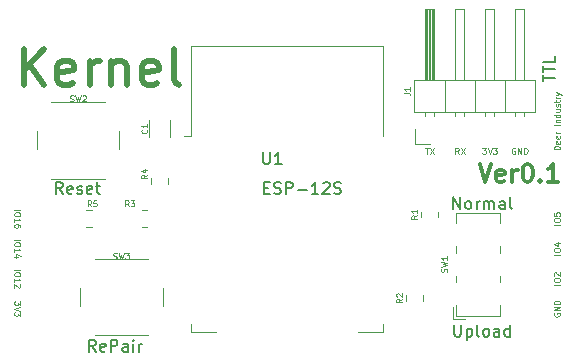
<source format=gto>
%TF.GenerationSoftware,KiCad,Pcbnew,(5.1.9)-1*%
%TF.CreationDate,2021-03-15T19:39:59+08:00*%
%TF.ProjectId,Kernel,4b65726e-656c-42e6-9b69-6361645f7063,rev?*%
%TF.SameCoordinates,Original*%
%TF.FileFunction,Legend,Top*%
%TF.FilePolarity,Positive*%
%FSLAX46Y46*%
G04 Gerber Fmt 4.6, Leading zero omitted, Abs format (unit mm)*
G04 Created by KiCad (PCBNEW (5.1.9)-1) date 2021-03-15 19:39:59*
%MOMM*%
%LPD*%
G01*
G04 APERTURE LIST*
%ADD10C,0.100000*%
%ADD11C,0.300000*%
%ADD12C,0.125000*%
%ADD13C,0.500000*%
%ADD14C,0.200000*%
%ADD15C,0.120000*%
%ADD16C,0.150000*%
G04 APERTURE END LIST*
D10*
X120241190Y-39857857D02*
X119741190Y-39857857D01*
X119741190Y-39738809D01*
X119765000Y-39667380D01*
X119812619Y-39619761D01*
X119860238Y-39595952D01*
X119955476Y-39572142D01*
X120026904Y-39572142D01*
X120122142Y-39595952D01*
X120169761Y-39619761D01*
X120217380Y-39667380D01*
X120241190Y-39738809D01*
X120241190Y-39857857D01*
X120217380Y-39167380D02*
X120241190Y-39215000D01*
X120241190Y-39310238D01*
X120217380Y-39357857D01*
X120169761Y-39381666D01*
X119979285Y-39381666D01*
X119931666Y-39357857D01*
X119907857Y-39310238D01*
X119907857Y-39215000D01*
X119931666Y-39167380D01*
X119979285Y-39143571D01*
X120026904Y-39143571D01*
X120074523Y-39381666D01*
X120217380Y-38738809D02*
X120241190Y-38786428D01*
X120241190Y-38881666D01*
X120217380Y-38929285D01*
X120169761Y-38953095D01*
X119979285Y-38953095D01*
X119931666Y-38929285D01*
X119907857Y-38881666D01*
X119907857Y-38786428D01*
X119931666Y-38738809D01*
X119979285Y-38715000D01*
X120026904Y-38715000D01*
X120074523Y-38953095D01*
X120241190Y-38500714D02*
X119907857Y-38500714D01*
X120003095Y-38500714D02*
X119955476Y-38476904D01*
X119931666Y-38453095D01*
X119907857Y-38405476D01*
X119907857Y-38357857D01*
X120241190Y-37810238D02*
X119741190Y-37810238D01*
X119907857Y-37572142D02*
X120241190Y-37572142D01*
X119955476Y-37572142D02*
X119931666Y-37548333D01*
X119907857Y-37500714D01*
X119907857Y-37429285D01*
X119931666Y-37381666D01*
X119979285Y-37357857D01*
X120241190Y-37357857D01*
X120241190Y-36905476D02*
X119741190Y-36905476D01*
X120217380Y-36905476D02*
X120241190Y-36953095D01*
X120241190Y-37048333D01*
X120217380Y-37095952D01*
X120193571Y-37119761D01*
X120145952Y-37143571D01*
X120003095Y-37143571D01*
X119955476Y-37119761D01*
X119931666Y-37095952D01*
X119907857Y-37048333D01*
X119907857Y-36953095D01*
X119931666Y-36905476D01*
X119907857Y-36453095D02*
X120241190Y-36453095D01*
X119907857Y-36667380D02*
X120169761Y-36667380D01*
X120217380Y-36643571D01*
X120241190Y-36595952D01*
X120241190Y-36524523D01*
X120217380Y-36476904D01*
X120193571Y-36453095D01*
X120217380Y-36238809D02*
X120241190Y-36191190D01*
X120241190Y-36095952D01*
X120217380Y-36048333D01*
X120169761Y-36024523D01*
X120145952Y-36024523D01*
X120098333Y-36048333D01*
X120074523Y-36095952D01*
X120074523Y-36167380D01*
X120050714Y-36215000D01*
X120003095Y-36238809D01*
X119979285Y-36238809D01*
X119931666Y-36215000D01*
X119907857Y-36167380D01*
X119907857Y-36095952D01*
X119931666Y-36048333D01*
X119907857Y-35881666D02*
X119907857Y-35691190D01*
X119741190Y-35810238D02*
X120169761Y-35810238D01*
X120217380Y-35786428D01*
X120241190Y-35738809D01*
X120241190Y-35691190D01*
X120241190Y-35524523D02*
X119907857Y-35524523D01*
X120003095Y-35524523D02*
X119955476Y-35500714D01*
X119931666Y-35476904D01*
X119907857Y-35429285D01*
X119907857Y-35381666D01*
X119907857Y-35262619D02*
X120241190Y-35143571D01*
X119907857Y-35024523D02*
X120241190Y-35143571D01*
X120360238Y-35191190D01*
X120384047Y-35215000D01*
X120407857Y-35262619D01*
D11*
X113447142Y-41088571D02*
X113947142Y-42588571D01*
X114447142Y-41088571D01*
X115518571Y-42517142D02*
X115375714Y-42588571D01*
X115090000Y-42588571D01*
X114947142Y-42517142D01*
X114875714Y-42374285D01*
X114875714Y-41802857D01*
X114947142Y-41660000D01*
X115090000Y-41588571D01*
X115375714Y-41588571D01*
X115518571Y-41660000D01*
X115590000Y-41802857D01*
X115590000Y-41945714D01*
X114875714Y-42088571D01*
X116232857Y-42588571D02*
X116232857Y-41588571D01*
X116232857Y-41874285D02*
X116304285Y-41731428D01*
X116375714Y-41660000D01*
X116518571Y-41588571D01*
X116661428Y-41588571D01*
X117447142Y-41088571D02*
X117590000Y-41088571D01*
X117732857Y-41160000D01*
X117804285Y-41231428D01*
X117875714Y-41374285D01*
X117947142Y-41660000D01*
X117947142Y-42017142D01*
X117875714Y-42302857D01*
X117804285Y-42445714D01*
X117732857Y-42517142D01*
X117590000Y-42588571D01*
X117447142Y-42588571D01*
X117304285Y-42517142D01*
X117232857Y-42445714D01*
X117161428Y-42302857D01*
X117090000Y-42017142D01*
X117090000Y-41660000D01*
X117161428Y-41374285D01*
X117232857Y-41231428D01*
X117304285Y-41160000D01*
X117447142Y-41088571D01*
X118590000Y-42445714D02*
X118661428Y-42517142D01*
X118590000Y-42588571D01*
X118518571Y-42517142D01*
X118590000Y-42445714D01*
X118590000Y-42588571D01*
X120090000Y-42588571D02*
X119232857Y-42588571D01*
X119661428Y-42588571D02*
X119661428Y-41088571D01*
X119518571Y-41302857D01*
X119375714Y-41445714D01*
X119232857Y-41517142D01*
D12*
X116459047Y-39755000D02*
X116411428Y-39731190D01*
X116340000Y-39731190D01*
X116268571Y-39755000D01*
X116220952Y-39802619D01*
X116197142Y-39850238D01*
X116173333Y-39945476D01*
X116173333Y-40016904D01*
X116197142Y-40112142D01*
X116220952Y-40159761D01*
X116268571Y-40207380D01*
X116340000Y-40231190D01*
X116387619Y-40231190D01*
X116459047Y-40207380D01*
X116482857Y-40183571D01*
X116482857Y-40016904D01*
X116387619Y-40016904D01*
X116697142Y-40231190D02*
X116697142Y-39731190D01*
X116982857Y-40231190D01*
X116982857Y-39731190D01*
X117220952Y-40231190D02*
X117220952Y-39731190D01*
X117340000Y-39731190D01*
X117411428Y-39755000D01*
X117459047Y-39802619D01*
X117482857Y-39850238D01*
X117506666Y-39945476D01*
X117506666Y-40016904D01*
X117482857Y-40112142D01*
X117459047Y-40159761D01*
X117411428Y-40207380D01*
X117340000Y-40231190D01*
X117220952Y-40231190D01*
X113680952Y-39731190D02*
X113990476Y-39731190D01*
X113823809Y-39921666D01*
X113895238Y-39921666D01*
X113942857Y-39945476D01*
X113966666Y-39969285D01*
X113990476Y-40016904D01*
X113990476Y-40135952D01*
X113966666Y-40183571D01*
X113942857Y-40207380D01*
X113895238Y-40231190D01*
X113752380Y-40231190D01*
X113704761Y-40207380D01*
X113680952Y-40183571D01*
X114133333Y-39731190D02*
X114300000Y-40231190D01*
X114466666Y-39731190D01*
X114585714Y-39731190D02*
X114895238Y-39731190D01*
X114728571Y-39921666D01*
X114800000Y-39921666D01*
X114847619Y-39945476D01*
X114871428Y-39969285D01*
X114895238Y-40016904D01*
X114895238Y-40135952D01*
X114871428Y-40183571D01*
X114847619Y-40207380D01*
X114800000Y-40231190D01*
X114657142Y-40231190D01*
X114609523Y-40207380D01*
X114585714Y-40183571D01*
X111676666Y-40231190D02*
X111510000Y-39993095D01*
X111390952Y-40231190D02*
X111390952Y-39731190D01*
X111581428Y-39731190D01*
X111629047Y-39755000D01*
X111652857Y-39778809D01*
X111676666Y-39826428D01*
X111676666Y-39897857D01*
X111652857Y-39945476D01*
X111629047Y-39969285D01*
X111581428Y-39993095D01*
X111390952Y-39993095D01*
X111843333Y-39731190D02*
X112176666Y-40231190D01*
X112176666Y-39731190D02*
X111843333Y-40231190D01*
X108839047Y-39731190D02*
X109124761Y-39731190D01*
X108981904Y-40231190D02*
X108981904Y-39731190D01*
X109243809Y-39731190D02*
X109577142Y-40231190D01*
X109577142Y-39731190D02*
X109243809Y-40231190D01*
D13*
X74851428Y-34377142D02*
X74851428Y-31377142D01*
X76565714Y-34377142D02*
X75280000Y-32662857D01*
X76565714Y-31377142D02*
X74851428Y-33091428D01*
X78994285Y-34234285D02*
X78708571Y-34377142D01*
X78137142Y-34377142D01*
X77851428Y-34234285D01*
X77708571Y-33948571D01*
X77708571Y-32805714D01*
X77851428Y-32520000D01*
X78137142Y-32377142D01*
X78708571Y-32377142D01*
X78994285Y-32520000D01*
X79137142Y-32805714D01*
X79137142Y-33091428D01*
X77708571Y-33377142D01*
X80422857Y-34377142D02*
X80422857Y-32377142D01*
X80422857Y-32948571D02*
X80565714Y-32662857D01*
X80708571Y-32520000D01*
X80994285Y-32377142D01*
X81280000Y-32377142D01*
X82280000Y-32377142D02*
X82280000Y-34377142D01*
X82280000Y-32662857D02*
X82422857Y-32520000D01*
X82708571Y-32377142D01*
X83137142Y-32377142D01*
X83422857Y-32520000D01*
X83565714Y-32805714D01*
X83565714Y-34377142D01*
X86137142Y-34234285D02*
X85851428Y-34377142D01*
X85280000Y-34377142D01*
X84994285Y-34234285D01*
X84851428Y-33948571D01*
X84851428Y-32805714D01*
X84994285Y-32520000D01*
X85280000Y-32377142D01*
X85851428Y-32377142D01*
X86137142Y-32520000D01*
X86280000Y-32805714D01*
X86280000Y-33091428D01*
X84851428Y-33377142D01*
X87994285Y-34377142D02*
X87708571Y-34234285D01*
X87565714Y-33948571D01*
X87565714Y-31377142D01*
D14*
X111236428Y-44902380D02*
X111236428Y-43902380D01*
X111807857Y-44902380D01*
X111807857Y-43902380D01*
X112426904Y-44902380D02*
X112331666Y-44854761D01*
X112284047Y-44807142D01*
X112236428Y-44711904D01*
X112236428Y-44426190D01*
X112284047Y-44330952D01*
X112331666Y-44283333D01*
X112426904Y-44235714D01*
X112569761Y-44235714D01*
X112665000Y-44283333D01*
X112712619Y-44330952D01*
X112760238Y-44426190D01*
X112760238Y-44711904D01*
X112712619Y-44807142D01*
X112665000Y-44854761D01*
X112569761Y-44902380D01*
X112426904Y-44902380D01*
X113188809Y-44902380D02*
X113188809Y-44235714D01*
X113188809Y-44426190D02*
X113236428Y-44330952D01*
X113284047Y-44283333D01*
X113379285Y-44235714D01*
X113474523Y-44235714D01*
X113807857Y-44902380D02*
X113807857Y-44235714D01*
X113807857Y-44330952D02*
X113855476Y-44283333D01*
X113950714Y-44235714D01*
X114093571Y-44235714D01*
X114188809Y-44283333D01*
X114236428Y-44378571D01*
X114236428Y-44902380D01*
X114236428Y-44378571D02*
X114284047Y-44283333D01*
X114379285Y-44235714D01*
X114522142Y-44235714D01*
X114617380Y-44283333D01*
X114665000Y-44378571D01*
X114665000Y-44902380D01*
X115569761Y-44902380D02*
X115569761Y-44378571D01*
X115522142Y-44283333D01*
X115426904Y-44235714D01*
X115236428Y-44235714D01*
X115141190Y-44283333D01*
X115569761Y-44854761D02*
X115474523Y-44902380D01*
X115236428Y-44902380D01*
X115141190Y-44854761D01*
X115093571Y-44759523D01*
X115093571Y-44664285D01*
X115141190Y-44569047D01*
X115236428Y-44521428D01*
X115474523Y-44521428D01*
X115569761Y-44473809D01*
X116188809Y-44902380D02*
X116093571Y-44854761D01*
X116045952Y-44759523D01*
X116045952Y-43902380D01*
X111307857Y-54697380D02*
X111307857Y-55506904D01*
X111355476Y-55602142D01*
X111403095Y-55649761D01*
X111498333Y-55697380D01*
X111688809Y-55697380D01*
X111784047Y-55649761D01*
X111831666Y-55602142D01*
X111879285Y-55506904D01*
X111879285Y-54697380D01*
X112355476Y-55030714D02*
X112355476Y-56030714D01*
X112355476Y-55078333D02*
X112450714Y-55030714D01*
X112641190Y-55030714D01*
X112736428Y-55078333D01*
X112784047Y-55125952D01*
X112831666Y-55221190D01*
X112831666Y-55506904D01*
X112784047Y-55602142D01*
X112736428Y-55649761D01*
X112641190Y-55697380D01*
X112450714Y-55697380D01*
X112355476Y-55649761D01*
X113403095Y-55697380D02*
X113307857Y-55649761D01*
X113260238Y-55554523D01*
X113260238Y-54697380D01*
X113926904Y-55697380D02*
X113831666Y-55649761D01*
X113784047Y-55602142D01*
X113736428Y-55506904D01*
X113736428Y-55221190D01*
X113784047Y-55125952D01*
X113831666Y-55078333D01*
X113926904Y-55030714D01*
X114069761Y-55030714D01*
X114165000Y-55078333D01*
X114212619Y-55125952D01*
X114260238Y-55221190D01*
X114260238Y-55506904D01*
X114212619Y-55602142D01*
X114165000Y-55649761D01*
X114069761Y-55697380D01*
X113926904Y-55697380D01*
X115117380Y-55697380D02*
X115117380Y-55173571D01*
X115069761Y-55078333D01*
X114974523Y-55030714D01*
X114784047Y-55030714D01*
X114688809Y-55078333D01*
X115117380Y-55649761D02*
X115022142Y-55697380D01*
X114784047Y-55697380D01*
X114688809Y-55649761D01*
X114641190Y-55554523D01*
X114641190Y-55459285D01*
X114688809Y-55364047D01*
X114784047Y-55316428D01*
X115022142Y-55316428D01*
X115117380Y-55268809D01*
X116022142Y-55697380D02*
X116022142Y-54697380D01*
X116022142Y-55649761D02*
X115926904Y-55697380D01*
X115736428Y-55697380D01*
X115641190Y-55649761D01*
X115593571Y-55602142D01*
X115545952Y-55506904D01*
X115545952Y-55221190D01*
X115593571Y-55125952D01*
X115641190Y-55078333D01*
X115736428Y-55030714D01*
X115926904Y-55030714D01*
X116022142Y-55078333D01*
D12*
X119765000Y-53720952D02*
X119741190Y-53768571D01*
X119741190Y-53840000D01*
X119765000Y-53911428D01*
X119812619Y-53959047D01*
X119860238Y-53982857D01*
X119955476Y-54006666D01*
X120026904Y-54006666D01*
X120122142Y-53982857D01*
X120169761Y-53959047D01*
X120217380Y-53911428D01*
X120241190Y-53840000D01*
X120241190Y-53792380D01*
X120217380Y-53720952D01*
X120193571Y-53697142D01*
X120026904Y-53697142D01*
X120026904Y-53792380D01*
X120241190Y-53482857D02*
X119741190Y-53482857D01*
X120241190Y-53197142D01*
X119741190Y-53197142D01*
X120241190Y-52959047D02*
X119741190Y-52959047D01*
X119741190Y-52840000D01*
X119765000Y-52768571D01*
X119812619Y-52720952D01*
X119860238Y-52697142D01*
X119955476Y-52673333D01*
X120026904Y-52673333D01*
X120122142Y-52697142D01*
X120169761Y-52720952D01*
X120217380Y-52768571D01*
X120241190Y-52840000D01*
X120241190Y-52959047D01*
X120241190Y-51300000D02*
X119741190Y-51300000D01*
X119741190Y-50966666D02*
X119741190Y-50871428D01*
X119765000Y-50823809D01*
X119812619Y-50776190D01*
X119907857Y-50752380D01*
X120074523Y-50752380D01*
X120169761Y-50776190D01*
X120217380Y-50823809D01*
X120241190Y-50871428D01*
X120241190Y-50966666D01*
X120217380Y-51014285D01*
X120169761Y-51061904D01*
X120074523Y-51085714D01*
X119907857Y-51085714D01*
X119812619Y-51061904D01*
X119765000Y-51014285D01*
X119741190Y-50966666D01*
X119788809Y-50561904D02*
X119765000Y-50538095D01*
X119741190Y-50490476D01*
X119741190Y-50371428D01*
X119765000Y-50323809D01*
X119788809Y-50300000D01*
X119836428Y-50276190D01*
X119884047Y-50276190D01*
X119955476Y-50300000D01*
X120241190Y-50585714D01*
X120241190Y-50276190D01*
X120241190Y-48760000D02*
X119741190Y-48760000D01*
X119741190Y-48426666D02*
X119741190Y-48331428D01*
X119765000Y-48283809D01*
X119812619Y-48236190D01*
X119907857Y-48212380D01*
X120074523Y-48212380D01*
X120169761Y-48236190D01*
X120217380Y-48283809D01*
X120241190Y-48331428D01*
X120241190Y-48426666D01*
X120217380Y-48474285D01*
X120169761Y-48521904D01*
X120074523Y-48545714D01*
X119907857Y-48545714D01*
X119812619Y-48521904D01*
X119765000Y-48474285D01*
X119741190Y-48426666D01*
X119907857Y-47783809D02*
X120241190Y-47783809D01*
X119717380Y-47902857D02*
X120074523Y-48021904D01*
X120074523Y-47712380D01*
X120241190Y-46220000D02*
X119741190Y-46220000D01*
X119741190Y-45886666D02*
X119741190Y-45791428D01*
X119765000Y-45743809D01*
X119812619Y-45696190D01*
X119907857Y-45672380D01*
X120074523Y-45672380D01*
X120169761Y-45696190D01*
X120217380Y-45743809D01*
X120241190Y-45791428D01*
X120241190Y-45886666D01*
X120217380Y-45934285D01*
X120169761Y-45981904D01*
X120074523Y-46005714D01*
X119907857Y-46005714D01*
X119812619Y-45981904D01*
X119765000Y-45934285D01*
X119741190Y-45886666D01*
X119741190Y-45220000D02*
X119741190Y-45458095D01*
X119979285Y-45481904D01*
X119955476Y-45458095D01*
X119931666Y-45410476D01*
X119931666Y-45291428D01*
X119955476Y-45243809D01*
X119979285Y-45220000D01*
X120026904Y-45196190D01*
X120145952Y-45196190D01*
X120193571Y-45220000D01*
X120217380Y-45243809D01*
X120241190Y-45291428D01*
X120241190Y-45410476D01*
X120217380Y-45458095D01*
X120193571Y-45481904D01*
X74568809Y-52720952D02*
X74568809Y-53030476D01*
X74378333Y-52863809D01*
X74378333Y-52935238D01*
X74354523Y-52982857D01*
X74330714Y-53006666D01*
X74283095Y-53030476D01*
X74164047Y-53030476D01*
X74116428Y-53006666D01*
X74092619Y-52982857D01*
X74068809Y-52935238D01*
X74068809Y-52792380D01*
X74092619Y-52744761D01*
X74116428Y-52720952D01*
X74568809Y-53173333D02*
X74068809Y-53340000D01*
X74568809Y-53506666D01*
X74568809Y-53625714D02*
X74568809Y-53935238D01*
X74378333Y-53768571D01*
X74378333Y-53840000D01*
X74354523Y-53887619D01*
X74330714Y-53911428D01*
X74283095Y-53935238D01*
X74164047Y-53935238D01*
X74116428Y-53911428D01*
X74092619Y-53887619D01*
X74068809Y-53840000D01*
X74068809Y-53697142D01*
X74092619Y-53649523D01*
X74116428Y-53625714D01*
X74068809Y-50061904D02*
X74568809Y-50061904D01*
X74568809Y-50395238D02*
X74568809Y-50490476D01*
X74545000Y-50538095D01*
X74497380Y-50585714D01*
X74402142Y-50609523D01*
X74235476Y-50609523D01*
X74140238Y-50585714D01*
X74092619Y-50538095D01*
X74068809Y-50490476D01*
X74068809Y-50395238D01*
X74092619Y-50347619D01*
X74140238Y-50300000D01*
X74235476Y-50276190D01*
X74402142Y-50276190D01*
X74497380Y-50300000D01*
X74545000Y-50347619D01*
X74568809Y-50395238D01*
X74068809Y-51085714D02*
X74068809Y-50800000D01*
X74068809Y-50942857D02*
X74568809Y-50942857D01*
X74497380Y-50895238D01*
X74449761Y-50847619D01*
X74425952Y-50800000D01*
X74521190Y-51276190D02*
X74545000Y-51300000D01*
X74568809Y-51347619D01*
X74568809Y-51466666D01*
X74545000Y-51514285D01*
X74521190Y-51538095D01*
X74473571Y-51561904D01*
X74425952Y-51561904D01*
X74354523Y-51538095D01*
X74068809Y-51252380D01*
X74068809Y-51561904D01*
X74068809Y-47521904D02*
X74568809Y-47521904D01*
X74568809Y-47855238D02*
X74568809Y-47950476D01*
X74545000Y-47998095D01*
X74497380Y-48045714D01*
X74402142Y-48069523D01*
X74235476Y-48069523D01*
X74140238Y-48045714D01*
X74092619Y-47998095D01*
X74068809Y-47950476D01*
X74068809Y-47855238D01*
X74092619Y-47807619D01*
X74140238Y-47760000D01*
X74235476Y-47736190D01*
X74402142Y-47736190D01*
X74497380Y-47760000D01*
X74545000Y-47807619D01*
X74568809Y-47855238D01*
X74068809Y-48545714D02*
X74068809Y-48260000D01*
X74068809Y-48402857D02*
X74568809Y-48402857D01*
X74497380Y-48355238D01*
X74449761Y-48307619D01*
X74425952Y-48260000D01*
X74402142Y-48974285D02*
X74068809Y-48974285D01*
X74592619Y-48855238D02*
X74235476Y-48736190D01*
X74235476Y-49045714D01*
X74068809Y-44981904D02*
X74568809Y-44981904D01*
X74568809Y-45315238D02*
X74568809Y-45410476D01*
X74545000Y-45458095D01*
X74497380Y-45505714D01*
X74402142Y-45529523D01*
X74235476Y-45529523D01*
X74140238Y-45505714D01*
X74092619Y-45458095D01*
X74068809Y-45410476D01*
X74068809Y-45315238D01*
X74092619Y-45267619D01*
X74140238Y-45220000D01*
X74235476Y-45196190D01*
X74402142Y-45196190D01*
X74497380Y-45220000D01*
X74545000Y-45267619D01*
X74568809Y-45315238D01*
X74068809Y-46005714D02*
X74068809Y-45720000D01*
X74068809Y-45862857D02*
X74568809Y-45862857D01*
X74497380Y-45815238D01*
X74449761Y-45767619D01*
X74425952Y-45720000D01*
X74568809Y-46434285D02*
X74568809Y-46339047D01*
X74545000Y-46291428D01*
X74521190Y-46267619D01*
X74449761Y-46220000D01*
X74354523Y-46196190D01*
X74164047Y-46196190D01*
X74116428Y-46220000D01*
X74092619Y-46243809D01*
X74068809Y-46291428D01*
X74068809Y-46386666D01*
X74092619Y-46434285D01*
X74116428Y-46458095D01*
X74164047Y-46481904D01*
X74283095Y-46481904D01*
X74330714Y-46458095D01*
X74354523Y-46434285D01*
X74378333Y-46386666D01*
X74378333Y-46291428D01*
X74354523Y-46243809D01*
X74330714Y-46220000D01*
X74283095Y-46196190D01*
D15*
%TO.C,SW3*%
X85360000Y-49110000D02*
X80860000Y-49110000D01*
X86610000Y-53110000D02*
X86610000Y-51610000D01*
X80860000Y-55610000D02*
X85360000Y-55610000D01*
X79610000Y-51610000D02*
X79610000Y-53110000D01*
%TO.C,SW2*%
X77200000Y-42330000D02*
X81700000Y-42330000D01*
X75950000Y-38330000D02*
X75950000Y-39830000D01*
X81700000Y-35830000D02*
X77200000Y-35830000D01*
X82950000Y-39830000D02*
X82950000Y-38330000D01*
%TO.C,J1*%
X107890000Y-36660000D02*
X118170000Y-36660000D01*
X118170000Y-36660000D02*
X118170000Y-34000000D01*
X118170000Y-34000000D02*
X107890000Y-34000000D01*
X107890000Y-34000000D02*
X107890000Y-36660000D01*
X108840000Y-34000000D02*
X108840000Y-28000000D01*
X108840000Y-28000000D02*
X109600000Y-28000000D01*
X109600000Y-28000000D02*
X109600000Y-34000000D01*
X108900000Y-34000000D02*
X108900000Y-28000000D01*
X109020000Y-34000000D02*
X109020000Y-28000000D01*
X109140000Y-34000000D02*
X109140000Y-28000000D01*
X109260000Y-34000000D02*
X109260000Y-28000000D01*
X109380000Y-34000000D02*
X109380000Y-28000000D01*
X109500000Y-34000000D02*
X109500000Y-28000000D01*
X108840000Y-36990000D02*
X108840000Y-36660000D01*
X109600000Y-36990000D02*
X109600000Y-36660000D01*
X110490000Y-36660000D02*
X110490000Y-34000000D01*
X111380000Y-34000000D02*
X111380000Y-28000000D01*
X111380000Y-28000000D02*
X112140000Y-28000000D01*
X112140000Y-28000000D02*
X112140000Y-34000000D01*
X111380000Y-37057071D02*
X111380000Y-36660000D01*
X112140000Y-37057071D02*
X112140000Y-36660000D01*
X113030000Y-36660000D02*
X113030000Y-34000000D01*
X113920000Y-34000000D02*
X113920000Y-28000000D01*
X113920000Y-28000000D02*
X114680000Y-28000000D01*
X114680000Y-28000000D02*
X114680000Y-34000000D01*
X113920000Y-37057071D02*
X113920000Y-36660000D01*
X114680000Y-37057071D02*
X114680000Y-36660000D01*
X115570000Y-36660000D02*
X115570000Y-34000000D01*
X116460000Y-34000000D02*
X116460000Y-28000000D01*
X116460000Y-28000000D02*
X117220000Y-28000000D01*
X117220000Y-28000000D02*
X117220000Y-34000000D01*
X116460000Y-37057071D02*
X116460000Y-36660000D01*
X117220000Y-37057071D02*
X117220000Y-36660000D01*
X109220000Y-39370000D02*
X107950000Y-39370000D01*
X107950000Y-39370000D02*
X107950000Y-38100000D01*
%TO.C,R5*%
X80594564Y-46455000D02*
X80140436Y-46455000D01*
X80594564Y-44985000D02*
X80140436Y-44985000D01*
%TO.C,SW1*%
X111185000Y-54220000D02*
X111185000Y-53220000D01*
X112185000Y-54220000D02*
X111185000Y-54220000D01*
X115185000Y-53920000D02*
X111485000Y-53920000D01*
X115185000Y-53040000D02*
X115185000Y-53920000D01*
X115185000Y-50540000D02*
X115185000Y-51100000D01*
X115185000Y-48050000D02*
X115185000Y-48600000D01*
X115185000Y-45220000D02*
X115185000Y-46090000D01*
X111485000Y-45220000D02*
X115185000Y-45220000D01*
X111485000Y-46100000D02*
X111485000Y-45220000D01*
X111485000Y-48600000D02*
X111485000Y-48040000D01*
X111485000Y-51070000D02*
X111485000Y-50540000D01*
X111485000Y-53920000D02*
X111485000Y-53070000D01*
%TO.C,R4*%
X85625000Y-42317936D02*
X85625000Y-42772064D01*
X87095000Y-42317936D02*
X87095000Y-42772064D01*
%TO.C,R3*%
X84862936Y-46455000D02*
X85317064Y-46455000D01*
X84862936Y-44985000D02*
X85317064Y-44985000D01*
%TO.C,R2*%
X108685000Y-52654564D02*
X108685000Y-52200436D01*
X107215000Y-52654564D02*
X107215000Y-52200436D01*
%TO.C,R1*%
X108485000Y-45135436D02*
X108485000Y-45589564D01*
X109955000Y-45135436D02*
X109955000Y-45589564D01*
%TO.C,C1*%
X87270000Y-38811252D02*
X87270000Y-37388748D01*
X85450000Y-38811252D02*
X85450000Y-37388748D01*
%TO.C,U1*%
X89035000Y-31060000D02*
X105275000Y-31060000D01*
X105275000Y-31060000D02*
X105275000Y-38680000D01*
X105275000Y-54680000D02*
X105275000Y-55300000D01*
X105275000Y-55300000D02*
X103155000Y-55300000D01*
X91155000Y-55300000D02*
X89035000Y-55300000D01*
X89035000Y-55300000D02*
X89035000Y-54680000D01*
X89035000Y-38680000D02*
X89035000Y-31060000D01*
X89035000Y-38680000D02*
X88425000Y-38680000D01*
%TO.C,SW3*%
D10*
X82443333Y-49097380D02*
X82514761Y-49121190D01*
X82633809Y-49121190D01*
X82681428Y-49097380D01*
X82705238Y-49073571D01*
X82729047Y-49025952D01*
X82729047Y-48978333D01*
X82705238Y-48930714D01*
X82681428Y-48906904D01*
X82633809Y-48883095D01*
X82538571Y-48859285D01*
X82490952Y-48835476D01*
X82467142Y-48811666D01*
X82443333Y-48764047D01*
X82443333Y-48716428D01*
X82467142Y-48668809D01*
X82490952Y-48645000D01*
X82538571Y-48621190D01*
X82657619Y-48621190D01*
X82729047Y-48645000D01*
X82895714Y-48621190D02*
X83014761Y-49121190D01*
X83110000Y-48764047D01*
X83205238Y-49121190D01*
X83324285Y-48621190D01*
X83467142Y-48621190D02*
X83776666Y-48621190D01*
X83610000Y-48811666D01*
X83681428Y-48811666D01*
X83729047Y-48835476D01*
X83752857Y-48859285D01*
X83776666Y-48906904D01*
X83776666Y-49025952D01*
X83752857Y-49073571D01*
X83729047Y-49097380D01*
X83681428Y-49121190D01*
X83538571Y-49121190D01*
X83490952Y-49097380D01*
X83467142Y-49073571D01*
D16*
X80930952Y-56967380D02*
X80597619Y-56491190D01*
X80359523Y-56967380D02*
X80359523Y-55967380D01*
X80740476Y-55967380D01*
X80835714Y-56015000D01*
X80883333Y-56062619D01*
X80930952Y-56157857D01*
X80930952Y-56300714D01*
X80883333Y-56395952D01*
X80835714Y-56443571D01*
X80740476Y-56491190D01*
X80359523Y-56491190D01*
X81740476Y-56919761D02*
X81645238Y-56967380D01*
X81454761Y-56967380D01*
X81359523Y-56919761D01*
X81311904Y-56824523D01*
X81311904Y-56443571D01*
X81359523Y-56348333D01*
X81454761Y-56300714D01*
X81645238Y-56300714D01*
X81740476Y-56348333D01*
X81788095Y-56443571D01*
X81788095Y-56538809D01*
X81311904Y-56634047D01*
X82216666Y-56967380D02*
X82216666Y-55967380D01*
X82597619Y-55967380D01*
X82692857Y-56015000D01*
X82740476Y-56062619D01*
X82788095Y-56157857D01*
X82788095Y-56300714D01*
X82740476Y-56395952D01*
X82692857Y-56443571D01*
X82597619Y-56491190D01*
X82216666Y-56491190D01*
X83645238Y-56967380D02*
X83645238Y-56443571D01*
X83597619Y-56348333D01*
X83502380Y-56300714D01*
X83311904Y-56300714D01*
X83216666Y-56348333D01*
X83645238Y-56919761D02*
X83550000Y-56967380D01*
X83311904Y-56967380D01*
X83216666Y-56919761D01*
X83169047Y-56824523D01*
X83169047Y-56729285D01*
X83216666Y-56634047D01*
X83311904Y-56586428D01*
X83550000Y-56586428D01*
X83645238Y-56538809D01*
X84121428Y-56967380D02*
X84121428Y-56300714D01*
X84121428Y-55967380D02*
X84073809Y-56015000D01*
X84121428Y-56062619D01*
X84169047Y-56015000D01*
X84121428Y-55967380D01*
X84121428Y-56062619D01*
X84597619Y-56967380D02*
X84597619Y-56300714D01*
X84597619Y-56491190D02*
X84645238Y-56395952D01*
X84692857Y-56348333D01*
X84788095Y-56300714D01*
X84883333Y-56300714D01*
%TO.C,SW2*%
D10*
X78783333Y-35762380D02*
X78854761Y-35786190D01*
X78973809Y-35786190D01*
X79021428Y-35762380D01*
X79045238Y-35738571D01*
X79069047Y-35690952D01*
X79069047Y-35643333D01*
X79045238Y-35595714D01*
X79021428Y-35571904D01*
X78973809Y-35548095D01*
X78878571Y-35524285D01*
X78830952Y-35500476D01*
X78807142Y-35476666D01*
X78783333Y-35429047D01*
X78783333Y-35381428D01*
X78807142Y-35333809D01*
X78830952Y-35310000D01*
X78878571Y-35286190D01*
X78997619Y-35286190D01*
X79069047Y-35310000D01*
X79235714Y-35286190D02*
X79354761Y-35786190D01*
X79450000Y-35429047D01*
X79545238Y-35786190D01*
X79664285Y-35286190D01*
X79830952Y-35333809D02*
X79854761Y-35310000D01*
X79902380Y-35286190D01*
X80021428Y-35286190D01*
X80069047Y-35310000D01*
X80092857Y-35333809D01*
X80116666Y-35381428D01*
X80116666Y-35429047D01*
X80092857Y-35500476D01*
X79807142Y-35786190D01*
X80116666Y-35786190D01*
D16*
X78136904Y-43632380D02*
X77803571Y-43156190D01*
X77565476Y-43632380D02*
X77565476Y-42632380D01*
X77946428Y-42632380D01*
X78041666Y-42680000D01*
X78089285Y-42727619D01*
X78136904Y-42822857D01*
X78136904Y-42965714D01*
X78089285Y-43060952D01*
X78041666Y-43108571D01*
X77946428Y-43156190D01*
X77565476Y-43156190D01*
X78946428Y-43584761D02*
X78851190Y-43632380D01*
X78660714Y-43632380D01*
X78565476Y-43584761D01*
X78517857Y-43489523D01*
X78517857Y-43108571D01*
X78565476Y-43013333D01*
X78660714Y-42965714D01*
X78851190Y-42965714D01*
X78946428Y-43013333D01*
X78994047Y-43108571D01*
X78994047Y-43203809D01*
X78517857Y-43299047D01*
X79375000Y-43584761D02*
X79470238Y-43632380D01*
X79660714Y-43632380D01*
X79755952Y-43584761D01*
X79803571Y-43489523D01*
X79803571Y-43441904D01*
X79755952Y-43346666D01*
X79660714Y-43299047D01*
X79517857Y-43299047D01*
X79422619Y-43251428D01*
X79375000Y-43156190D01*
X79375000Y-43108571D01*
X79422619Y-43013333D01*
X79517857Y-42965714D01*
X79660714Y-42965714D01*
X79755952Y-43013333D01*
X80613095Y-43584761D02*
X80517857Y-43632380D01*
X80327380Y-43632380D01*
X80232142Y-43584761D01*
X80184523Y-43489523D01*
X80184523Y-43108571D01*
X80232142Y-43013333D01*
X80327380Y-42965714D01*
X80517857Y-42965714D01*
X80613095Y-43013333D01*
X80660714Y-43108571D01*
X80660714Y-43203809D01*
X80184523Y-43299047D01*
X80946428Y-42965714D02*
X81327380Y-42965714D01*
X81089285Y-42632380D02*
X81089285Y-43489523D01*
X81136904Y-43584761D01*
X81232142Y-43632380D01*
X81327380Y-43632380D01*
%TO.C,J1*%
D10*
X107041190Y-35091666D02*
X107398333Y-35091666D01*
X107469761Y-35115476D01*
X107517380Y-35163095D01*
X107541190Y-35234523D01*
X107541190Y-35282142D01*
X107541190Y-34591666D02*
X107541190Y-34877380D01*
X107541190Y-34734523D02*
X107041190Y-34734523D01*
X107112619Y-34782142D01*
X107160238Y-34829761D01*
X107184047Y-34877380D01*
D16*
X118832380Y-34091428D02*
X118832380Y-33520000D01*
X119832380Y-33805714D02*
X118832380Y-33805714D01*
X118832380Y-33329523D02*
X118832380Y-32758095D01*
X119832380Y-33043809D02*
X118832380Y-33043809D01*
X119832380Y-31948571D02*
X119832380Y-32424761D01*
X118832380Y-32424761D01*
%TO.C,R5*%
D10*
X80561666Y-44676190D02*
X80395000Y-44438095D01*
X80275952Y-44676190D02*
X80275952Y-44176190D01*
X80466428Y-44176190D01*
X80514047Y-44200000D01*
X80537857Y-44223809D01*
X80561666Y-44271428D01*
X80561666Y-44342857D01*
X80537857Y-44390476D01*
X80514047Y-44414285D01*
X80466428Y-44438095D01*
X80275952Y-44438095D01*
X81014047Y-44176190D02*
X80775952Y-44176190D01*
X80752142Y-44414285D01*
X80775952Y-44390476D01*
X80823571Y-44366666D01*
X80942619Y-44366666D01*
X80990238Y-44390476D01*
X81014047Y-44414285D01*
X81037857Y-44461904D01*
X81037857Y-44580952D01*
X81014047Y-44628571D01*
X80990238Y-44652380D01*
X80942619Y-44676190D01*
X80823571Y-44676190D01*
X80775952Y-44652380D01*
X80752142Y-44628571D01*
%TO.C,SW1*%
X110667380Y-50236666D02*
X110691190Y-50165238D01*
X110691190Y-50046190D01*
X110667380Y-49998571D01*
X110643571Y-49974761D01*
X110595952Y-49950952D01*
X110548333Y-49950952D01*
X110500714Y-49974761D01*
X110476904Y-49998571D01*
X110453095Y-50046190D01*
X110429285Y-50141428D01*
X110405476Y-50189047D01*
X110381666Y-50212857D01*
X110334047Y-50236666D01*
X110286428Y-50236666D01*
X110238809Y-50212857D01*
X110215000Y-50189047D01*
X110191190Y-50141428D01*
X110191190Y-50022380D01*
X110215000Y-49950952D01*
X110191190Y-49784285D02*
X110691190Y-49665238D01*
X110334047Y-49570000D01*
X110691190Y-49474761D01*
X110191190Y-49355714D01*
X110691190Y-48903333D02*
X110691190Y-49189047D01*
X110691190Y-49046190D02*
X110191190Y-49046190D01*
X110262619Y-49093809D01*
X110310238Y-49141428D01*
X110334047Y-49189047D01*
%TO.C,R4*%
X85316190Y-41993333D02*
X85078095Y-42160000D01*
X85316190Y-42279047D02*
X84816190Y-42279047D01*
X84816190Y-42088571D01*
X84840000Y-42040952D01*
X84863809Y-42017142D01*
X84911428Y-41993333D01*
X84982857Y-41993333D01*
X85030476Y-42017142D01*
X85054285Y-42040952D01*
X85078095Y-42088571D01*
X85078095Y-42279047D01*
X84982857Y-41564761D02*
X85316190Y-41564761D01*
X84792380Y-41683809D02*
X85149523Y-41802857D01*
X85149523Y-41493333D01*
%TO.C,R3*%
X83736666Y-44676190D02*
X83570000Y-44438095D01*
X83450952Y-44676190D02*
X83450952Y-44176190D01*
X83641428Y-44176190D01*
X83689047Y-44200000D01*
X83712857Y-44223809D01*
X83736666Y-44271428D01*
X83736666Y-44342857D01*
X83712857Y-44390476D01*
X83689047Y-44414285D01*
X83641428Y-44438095D01*
X83450952Y-44438095D01*
X83903333Y-44176190D02*
X84212857Y-44176190D01*
X84046190Y-44366666D01*
X84117619Y-44366666D01*
X84165238Y-44390476D01*
X84189047Y-44414285D01*
X84212857Y-44461904D01*
X84212857Y-44580952D01*
X84189047Y-44628571D01*
X84165238Y-44652380D01*
X84117619Y-44676190D01*
X83974761Y-44676190D01*
X83927142Y-44652380D01*
X83903333Y-44628571D01*
%TO.C,R2*%
X106906190Y-52510833D02*
X106668095Y-52677500D01*
X106906190Y-52796547D02*
X106406190Y-52796547D01*
X106406190Y-52606071D01*
X106430000Y-52558452D01*
X106453809Y-52534642D01*
X106501428Y-52510833D01*
X106572857Y-52510833D01*
X106620476Y-52534642D01*
X106644285Y-52558452D01*
X106668095Y-52606071D01*
X106668095Y-52796547D01*
X106453809Y-52320357D02*
X106430000Y-52296547D01*
X106406190Y-52248928D01*
X106406190Y-52129880D01*
X106430000Y-52082261D01*
X106453809Y-52058452D01*
X106501428Y-52034642D01*
X106549047Y-52034642D01*
X106620476Y-52058452D01*
X106906190Y-52344166D01*
X106906190Y-52034642D01*
%TO.C,R1*%
X108176190Y-45445833D02*
X107938095Y-45612500D01*
X108176190Y-45731547D02*
X107676190Y-45731547D01*
X107676190Y-45541071D01*
X107700000Y-45493452D01*
X107723809Y-45469642D01*
X107771428Y-45445833D01*
X107842857Y-45445833D01*
X107890476Y-45469642D01*
X107914285Y-45493452D01*
X107938095Y-45541071D01*
X107938095Y-45731547D01*
X108176190Y-44969642D02*
X108176190Y-45255357D01*
X108176190Y-45112500D02*
X107676190Y-45112500D01*
X107747619Y-45160119D01*
X107795238Y-45207738D01*
X107819047Y-45255357D01*
%TO.C,C1*%
X85268571Y-38183333D02*
X85292380Y-38207142D01*
X85316190Y-38278571D01*
X85316190Y-38326190D01*
X85292380Y-38397619D01*
X85244761Y-38445238D01*
X85197142Y-38469047D01*
X85101904Y-38492857D01*
X85030476Y-38492857D01*
X84935238Y-38469047D01*
X84887619Y-38445238D01*
X84840000Y-38397619D01*
X84816190Y-38326190D01*
X84816190Y-38278571D01*
X84840000Y-38207142D01*
X84863809Y-38183333D01*
X85316190Y-37707142D02*
X85316190Y-37992857D01*
X85316190Y-37850000D02*
X84816190Y-37850000D01*
X84887619Y-37897619D01*
X84935238Y-37945238D01*
X84959047Y-37992857D01*
%TO.C,U1*%
D16*
X95123095Y-40092380D02*
X95123095Y-40901904D01*
X95170714Y-40997142D01*
X95218333Y-41044761D01*
X95313571Y-41092380D01*
X95504047Y-41092380D01*
X95599285Y-41044761D01*
X95646904Y-40997142D01*
X95694523Y-40901904D01*
X95694523Y-40092380D01*
X96694523Y-41092380D02*
X96123095Y-41092380D01*
X96408809Y-41092380D02*
X96408809Y-40092380D01*
X96313571Y-40235238D01*
X96218333Y-40330476D01*
X96123095Y-40378095D01*
X95186904Y-43108571D02*
X95520238Y-43108571D01*
X95663095Y-43632380D02*
X95186904Y-43632380D01*
X95186904Y-42632380D01*
X95663095Y-42632380D01*
X96044047Y-43584761D02*
X96186904Y-43632380D01*
X96425000Y-43632380D01*
X96520238Y-43584761D01*
X96567857Y-43537142D01*
X96615476Y-43441904D01*
X96615476Y-43346666D01*
X96567857Y-43251428D01*
X96520238Y-43203809D01*
X96425000Y-43156190D01*
X96234523Y-43108571D01*
X96139285Y-43060952D01*
X96091666Y-43013333D01*
X96044047Y-42918095D01*
X96044047Y-42822857D01*
X96091666Y-42727619D01*
X96139285Y-42680000D01*
X96234523Y-42632380D01*
X96472619Y-42632380D01*
X96615476Y-42680000D01*
X97044047Y-43632380D02*
X97044047Y-42632380D01*
X97425000Y-42632380D01*
X97520238Y-42680000D01*
X97567857Y-42727619D01*
X97615476Y-42822857D01*
X97615476Y-42965714D01*
X97567857Y-43060952D01*
X97520238Y-43108571D01*
X97425000Y-43156190D01*
X97044047Y-43156190D01*
X98044047Y-43251428D02*
X98805952Y-43251428D01*
X99805952Y-43632380D02*
X99234523Y-43632380D01*
X99520238Y-43632380D02*
X99520238Y-42632380D01*
X99425000Y-42775238D01*
X99329761Y-42870476D01*
X99234523Y-42918095D01*
X100186904Y-42727619D02*
X100234523Y-42680000D01*
X100329761Y-42632380D01*
X100567857Y-42632380D01*
X100663095Y-42680000D01*
X100710714Y-42727619D01*
X100758333Y-42822857D01*
X100758333Y-42918095D01*
X100710714Y-43060952D01*
X100139285Y-43632380D01*
X100758333Y-43632380D01*
X101139285Y-43584761D02*
X101282142Y-43632380D01*
X101520238Y-43632380D01*
X101615476Y-43584761D01*
X101663095Y-43537142D01*
X101710714Y-43441904D01*
X101710714Y-43346666D01*
X101663095Y-43251428D01*
X101615476Y-43203809D01*
X101520238Y-43156190D01*
X101329761Y-43108571D01*
X101234523Y-43060952D01*
X101186904Y-43013333D01*
X101139285Y-42918095D01*
X101139285Y-42822857D01*
X101186904Y-42727619D01*
X101234523Y-42680000D01*
X101329761Y-42632380D01*
X101567857Y-42632380D01*
X101710714Y-42680000D01*
%TD*%
M02*

</source>
